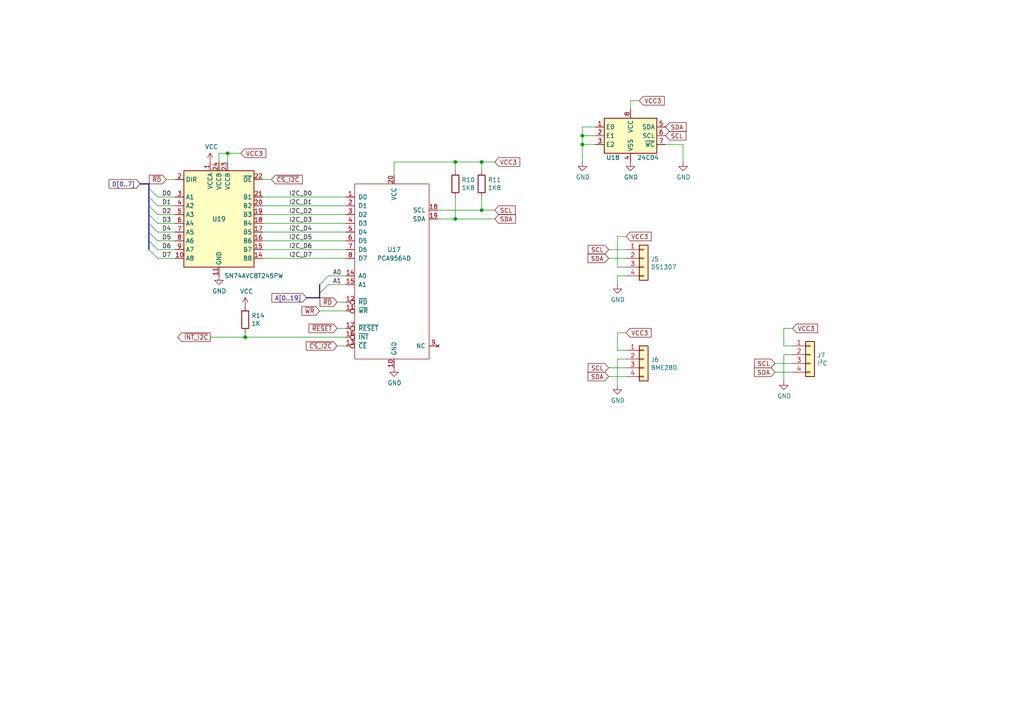
<source format=kicad_sch>
(kicad_sch (version 20230121) (generator eeschema)
  (paper "A4")
  (title_block (title "Mini8086 I/O board") (rev "1.2"))
  (lib_symbols
    (symbol "Connector_Generic:Conn_01x04" (pin_names (offset 1.016) hide)
      (property "Reference" "J" (at 0 5.08 0))
      (property "Value" "Conn_01x04" (at 0 -7.62 0))
      (symbol "Conn_01x04_1_1"
        (rectangle (start -1.27 -4.953) (end 0 -5.207) (stroke (width 0.1524)))
        (rectangle (start -1.27 -2.413) (end 0 -2.667) (stroke (width 0.1524)))
        (rectangle (start -1.27 0.127) (end 0 -0.127) (stroke (width 0.1524)))
        (rectangle (start -1.27 2.667) (end 0 2.413) (stroke (width 0.1524)))
        (rectangle (start -1.27 3.81) (end 1.27 -6.35) (stroke (width 0.254)) (fill (type background)))
        (pin passive line (at -5.08 2.54 0) (length 3.81) (name "Pin_1") (number "1"))
        (pin passive line (at -5.08 0 0) (length 3.81) (name "Pin_2") (number "2"))
        (pin passive line (at -5.08 -2.54 0) (length 3.81) (name "Pin_3") (number "3"))
        (pin passive line (at -5.08 -5.08 0) (length 3.81) (name "Pin_4") (number "4"))
      )
    )
    (symbol "Device:R" (pin_numbers hide) (pin_names (offset 0))
      (property "Reference" "R" (at 2.032 0 90))
      (property "Value" "R" (at 0 0 90))
      (symbol "R_0_1"
        (rectangle (start -1.016 -2.54) (end 1.016 2.54) (stroke (width 0.254)))
      )
      (symbol "R_1_1"
        (pin passive line (at 0 3.81 270) (length 1.27) (name "~") (number "1"))
        (pin passive line (at 0 -3.81 90) (length 1.27) (name "~") (number "2"))
      )
    )
    (symbol "Logic_LevelTranslator:SN74AVC8T245PW"
      (property "Reference" "U" (at -8.89 13.97 0))
      (property "Value" "SN74AVC8T245PW" (at 12.7 13.97 0))
      (symbol "SN74AVC8T245PW_0_1"
        (rectangle (start -10.16 12.7) (end 10.16 -15.24) (stroke (width 0.254)) (fill (type background)))
      )
      (symbol "SN74AVC8T245PW_1_1"
        (pin power_in line (at -2.54 15.24 270) (length 2.54) (name "VCCA") (number "1"))
        (pin bidirectional line (at -12.7 -12.7 0) (length 2.54) (name "A8") (number "10"))
        (pin power_in line (at 0 -17.78 90) (length 2.54) (name "GND") (number "11"))
        (pin passive line (at 0 -17.78 90) (length 2.54) hide (name "GND") (number "12"))
        (pin passive line (at 0 -17.78 90) (length 2.54) hide (name "GND") (number "13"))
        (pin bidirectional line (at 12.7 -12.7 180) (length 2.54) (name "B8") (number "14"))
        (pin bidirectional line (at 12.7 -10.16 180) (length 2.54) (name "B7") (number "15"))
        (pin bidirectional line (at 12.7 -7.62 180) (length 2.54) (name "B6") (number "16"))
        (pin bidirectional line (at 12.7 -5.08 180) (length 2.54) (name "B5") (number "17"))
        (pin bidirectional line (at 12.7 -2.54 180) (length 2.54) (name "B4") (number "18"))
        (pin bidirectional line (at 12.7 0 180) (length 2.54) (name "B3") (number "19"))
        (pin input line (at -12.7 10.16 0) (length 2.54) (name "DIR") (number "2"))
        (pin bidirectional line (at 12.7 2.54 180) (length 2.54) (name "B2") (number "20"))
        (pin bidirectional line (at 12.7 5.08 180) (length 2.54) (name "B1") (number "21"))
        (pin input line (at 12.7 10.16 180) (length 2.54) (name "~{OE}") (number "22"))
        (pin power_in line (at 2.54 15.24 270) (length 2.54) (name "VCCB") (number "23"))
        (pin power_in line (at 0 15.24 270) (length 2.54) (name "VCCB") (number "24"))
        (pin bidirectional line (at -12.7 5.08 0) (length 2.54) (name "A1") (number "3"))
        (pin bidirectional line (at -12.7 2.54 0) (length 2.54) (name "A2") (number "4"))
        (pin bidirectional line (at -12.7 0 0) (length 2.54) (name "A3") (number "5"))
        (pin bidirectional line (at -12.7 -2.54 0) (length 2.54) (name "A4") (number "6"))
        (pin bidirectional line (at -12.7 -5.08 0) (length 2.54) (name "A5") (number "7"))
        (pin bidirectional line (at -12.7 -7.62 0) (length 2.54) (name "A6") (number "8"))
        (pin bidirectional line (at -12.7 -10.16 0) (length 2.54) (name "A7") (number "9"))
      )
    )
    (symbol "Memory_EEPROM:M24C02-WMN"
      (property "Reference" "U" (at -6.35 6.35 0))
      (property "Value" "M24C02-WMN" (at 7.62 6.35 0))
      (symbol "M24C02-WMN_0_1"
        (rectangle (start -7.62 5.08) (end 7.62 -5.08) (stroke (width 0.254)) (fill (type background)))
      )
      (symbol "M24C02-WMN_1_1"
        (pin input line (at -10.16 2.54 0) (length 2.54) (name "E0") (number "1"))
        (pin input line (at -10.16 0 0) (length 2.54) (name "E1") (number "2"))
        (pin input line (at -10.16 -2.54 0) (length 2.54) (name "E2") (number "3"))
        (pin power_in line (at 0 -7.62 90) (length 2.54) (name "VSS") (number "4"))
        (pin bidirectional line (at 10.16 2.54 180) (length 2.54) (name "SDA") (number "5"))
        (pin input line (at 10.16 0 180) (length 2.54) (name "SCL") (number "6"))
        (pin input line (at 10.16 -2.54 180) (length 2.54) (name "~{WC}") (number "7"))
        (pin power_in line (at 0 7.62 270) (length 2.54) (name "VCC") (number "8"))
      )
    )
    (symbol "io_board-rescue:PCA9564D-Mini8086" (pin_names (offset 1.016))
      (property "Reference" "U" (at 0 2.54 0))
      (property "Value" "PCA9564D-Mini8086" (at 0 0 0))
      (symbol "PCA9564D-Mini8086_0_1"
        (rectangle (start -11.43 21.59) (end 10.16 -29.21))
      )
      (symbol "PCA9564D-Mini8086_1_1"
        (pin bidirectional line (at -13.97 17.78 0) (length 2.54) (name "D0") (number "1"))
        (pin power_in line (at 0 -31.75 90) (length 2.54) (name "GND") (number "10"))
        (pin input inverted (at -13.97 -15.24 0) (length 2.54) (name "~{WR}") (number "11"))
        (pin input inverted (at -13.97 -12.7 0) (length 2.54) (name "~{RD}") (number "12"))
        (pin input inverted (at -13.97 -25.4 0) (length 2.54) (name "~{CE}") (number "13"))
        (pin input line (at -13.97 -5.08 0) (length 2.54) (name "A0") (number "14"))
        (pin input line (at -13.97 -7.62 0) (length 2.54) (name "A1") (number "15"))
        (pin output inverted (at -13.97 -22.86 0) (length 2.54) (name "~{INT}") (number "16"))
        (pin input inverted (at -13.97 -20.32 0) (length 2.54) (name "~{RESET}") (number "17"))
        (pin bidirectional line (at 12.7 13.97 180) (length 2.54) (name "SCL") (number "18"))
        (pin bidirectional line (at 12.7 11.43 180) (length 2.54) (name "SDA") (number "19"))
        (pin bidirectional line (at -13.97 15.24 0) (length 2.54) (name "D1") (number "2"))
        (pin power_in line (at 0 24.13 270) (length 2.54) (name "VCC") (number "20"))
        (pin bidirectional line (at -13.97 12.7 0) (length 2.54) (name "D2") (number "3"))
        (pin bidirectional line (at -13.97 10.16 0) (length 2.54) (name "D3") (number "4"))
        (pin bidirectional line (at -13.97 7.62 0) (length 2.54) (name "D4") (number "5"))
        (pin bidirectional line (at -13.97 5.08 0) (length 2.54) (name "D5") (number "6"))
        (pin bidirectional line (at -13.97 2.54 0) (length 2.54) (name "D6") (number "7"))
        (pin bidirectional line (at -13.97 0 0) (length 2.54) (name "D7") (number "8"))
        (pin no_connect line (at 12.7 -25.4 180) (length 2.54) (name "NC") (number "9"))
      )
    )
    (symbol "power:GND" (power) (pin_names (offset 0))
      (property "Value" "GND" (at 0 -3.81 0))
      (symbol "GND_0_1"
        (polyline (pts (xy 0 0) (xy 0 -1.27) (xy 1.27 -1.27) (xy 0 -2.54) (xy -1.27 -1.27) (xy 0 -1.27)))
      )
      (symbol "GND_1_1"
        (pin power_in line (at 0 0 270) (length 0) hide (name "GND") (number "1"))
      )
    )
    (symbol "power:VCC" (power) (pin_names (offset 0))
      (property "Value" "VCC" (at 0 3.81 0))
      (symbol "VCC_0_1"
        (polyline (pts (xy -0.762 1.27) (xy 0 2.54)))
        (polyline (pts (xy 0 0) (xy 0 2.54)))
        (polyline (pts (xy 0 2.54) (xy 0.762 1.27)))
      )
      (symbol "VCC_1_1"
        (pin power_in line (at 0 0 90) (length 0) hide (name "VCC") (number "1"))
      )
    )
  )
  (junction (at 168.91 39.37))
  (junction (at 139.7 46.99))
  (junction (at 168.91 41.91))
  (junction (at 139.7 60.96))
  (junction (at 66.04 44.45))
  (junction (at 132.08 63.5))
  (junction (at 132.08 46.99))
  (junction (at 71.12 97.79))
  (bus_entry (at 45.72 64.77) (size -2.54 -2.54))
  (bus_entry (at 45.72 69.85) (size -2.54 -2.54))
  (bus_entry (at 45.72 57.15) (size -2.54 -2.54))
  (bus_entry (at 45.72 72.39) (size -2.54 -2.54))
  (bus_entry (at 95.25 82.55) (size -2.54 2.54))
  (bus_entry (at 45.72 62.23) (size -2.54 -2.54))
  (bus_entry (at 45.72 67.31) (size -2.54 -2.54))
  (bus_entry (at 45.72 59.69) (size -2.54 -2.54))
  (bus_entry (at 95.25 80.01) (size -2.54 2.54))
  (bus_entry (at 45.72 74.93) (size -2.54 -2.54))
  (wire (pts (xy 100.33 95.25) (xy 97.79 95.25)))
  (wire (pts (xy 132.08 46.99) (xy 139.7 46.99)))
  (wire (pts (xy 100.33 74.93) (xy 76.2 74.93)))
  (wire (pts (xy 172.72 41.91) (xy 168.91 41.91)))
  (wire (pts (xy 179.07 68.58) (xy 181.61 68.58)))
  (wire (pts (xy 181.61 106.68) (xy 176.53 106.68)))
  (wire (pts (xy 97.79 87.63) (xy 100.33 87.63)))
  (wire (pts (xy 92.71 90.17) (xy 100.33 90.17)))
  (wire (pts (xy 45.72 69.85) (xy 50.8 69.85)))
  (wire (pts (xy 100.33 80.01) (xy 95.25 80.01)))
  (wire (pts (xy 76.2 57.15) (xy 100.33 57.15)))
  (wire (pts (xy 127 60.96) (xy 139.7 60.96)))
  (wire (pts (xy 193.04 41.91) (xy 198.12 41.91)))
  (wire (pts (xy 181.61 109.22) (xy 176.53 109.22)))
  (wire (pts (xy 185.42 29.21) (xy 182.88 29.21)))
  (wire (pts (xy 227.33 95.25) (xy 227.33 100.33)))
  (bus (pts (xy 43.18 53.34) (xy 40.64 53.34)))
  (wire (pts (xy 229.87 95.25) (xy 227.33 95.25)))
  (bus (pts (xy 43.18 57.15) (xy 43.18 59.69)))
  (bus (pts (xy 43.18 54.61) (xy 43.18 57.15)))
  (wire (pts (xy 179.07 101.6) (xy 181.61 101.6)))
  (wire (pts (xy 132.08 46.99) (xy 114.3 46.99)))
  (wire (pts (xy 227.33 100.33) (xy 229.87 100.33)))
  (bus (pts (xy 43.18 64.77) (xy 43.18 67.31)))
  (wire (pts (xy 172.72 39.37) (xy 168.91 39.37)))
  (wire (pts (xy 179.07 96.52) (xy 179.07 101.6)))
  (wire (pts (xy 71.12 96.52) (xy 71.12 97.79)))
  (wire (pts (xy 76.2 62.23) (xy 100.33 62.23)))
  (wire (pts (xy 168.91 39.37) (xy 168.91 41.91)))
  (bus (pts (xy 92.71 82.55) (xy 92.71 85.09)))
  (wire (pts (xy 229.87 102.87) (xy 227.33 102.87)))
  (wire (pts (xy 45.72 57.15) (xy 50.8 57.15)))
  (wire (pts (xy 45.72 72.39) (xy 50.8 72.39)))
  (wire (pts (xy 181.61 96.52) (xy 179.07 96.52)))
  (wire (pts (xy 198.12 46.99) (xy 198.12 41.91)))
  (wire (pts (xy 45.72 67.31) (xy 50.8 67.31)))
  (wire (pts (xy 229.87 107.95) (xy 224.79 107.95)))
  (bus (pts (xy 43.18 59.69) (xy 43.18 62.23)))
  (bus (pts (xy 43.18 53.34) (xy 43.18 54.61)))
  (wire (pts (xy 179.07 104.14) (xy 179.07 111.76)))
  (wire (pts (xy 139.7 60.96) (xy 139.7 57.15)))
  (wire (pts (xy 63.5 46.99) (xy 63.5 44.45)))
  (wire (pts (xy 100.33 97.79) (xy 71.12 97.79)))
  (wire (pts (xy 179.07 80.01) (xy 179.07 82.55)))
  (bus (pts (xy 43.18 69.85) (xy 43.18 72.39)))
  (wire (pts (xy 132.08 63.5) (xy 143.51 63.5)))
  (wire (pts (xy 66.04 44.45) (xy 69.85 44.45)))
  (wire (pts (xy 100.33 64.77) (xy 76.2 64.77)))
  (wire (pts (xy 181.61 104.14) (xy 179.07 104.14)))
  (wire (pts (xy 168.91 36.83) (xy 168.91 39.37)))
  (wire (pts (xy 168.91 41.91) (xy 168.91 46.99)))
  (wire (pts (xy 100.33 59.69) (xy 76.2 59.69)))
  (wire (pts (xy 66.04 46.99) (xy 66.04 44.45)))
  (wire (pts (xy 132.08 49.53) (xy 132.08 46.99)))
  (wire (pts (xy 172.72 36.83) (xy 168.91 36.83)))
  (bus (pts (xy 43.18 67.31) (xy 43.18 69.85)))
  (wire (pts (xy 127 63.5) (xy 132.08 63.5)))
  (wire (pts (xy 229.87 105.41) (xy 224.79 105.41)))
  (wire (pts (xy 45.72 74.93) (xy 50.8 74.93)))
  (wire (pts (xy 45.72 62.23) (xy 50.8 62.23)))
  (wire (pts (xy 114.3 46.99) (xy 114.3 50.8)))
  (wire (pts (xy 71.12 97.79) (xy 60.96 97.79)))
  (bus (pts (xy 43.18 62.23) (xy 43.18 64.77)))
  (wire (pts (xy 227.33 102.87) (xy 227.33 110.49)))
  (bus (pts (xy 92.71 86.36) (xy 88.9 86.36)))
  (wire (pts (xy 181.61 77.47) (xy 179.07 77.47)))
  (wire (pts (xy 50.8 52.07) (xy 48.26 52.07)))
  (wire (pts (xy 182.88 29.21) (xy 182.88 31.75)))
  (wire (pts (xy 132.08 57.15) (xy 132.08 63.5)))
  (wire (pts (xy 45.72 64.77) (xy 50.8 64.77)))
  (wire (pts (xy 181.61 80.01) (xy 179.07 80.01)))
  (wire (pts (xy 95.25 82.55) (xy 100.33 82.55)))
  (bus (pts (xy 92.71 85.09) (xy 92.71 86.36)))
  (wire (pts (xy 176.53 74.93) (xy 181.61 74.93)))
  (wire (pts (xy 139.7 49.53) (xy 139.7 46.99)))
  (wire (pts (xy 63.5 44.45) (xy 66.04 44.45)))
  (wire (pts (xy 139.7 60.96) (xy 143.51 60.96)))
  (wire (pts (xy 143.51 46.99) (xy 139.7 46.99)))
  (wire (pts (xy 78.74 52.07) (xy 76.2 52.07)))
  (wire (pts (xy 76.2 67.31) (xy 100.33 67.31)))
  (wire (pts (xy 179.07 77.47) (xy 179.07 68.58)))
  (wire (pts (xy 76.2 72.39) (xy 100.33 72.39)))
  (wire (pts (xy 100.33 100.33) (xy 97.79 100.33)))
  (wire (pts (xy 181.61 72.39) (xy 176.53 72.39)))
  (wire (pts (xy 100.33 69.85) (xy 76.2 69.85)))
  (wire (pts (xy 45.72 59.69) (xy 50.8 59.69)))
  (label "I2C_D4" (at 83.82 67.31 0))
  (label "I2C_D2" (at 83.82 62.23 0))
  (label "D1" (at 46.99 59.69 0))
  (label "D2" (at 46.99 62.23 0))
  (label "D0" (at 46.99 57.15 0))
  (label "I2C_D6" (at 83.82 72.39 0))
  (label "A1" (at 96.52 82.55 0))
  (label "I2C_D3" (at 83.82 64.77 0))
  (label "A0" (at 96.52 80.01 0))
  (label "I2C_D7" (at 83.82 74.93 0))
  (label "D4" (at 46.99 67.31 0))
  (label "D5" (at 46.99 69.85 0))
  (label "D3" (at 46.99 64.77 0))
  (label "I2C_D1" (at 83.82 59.69 0))
  (label "I2C_D5" (at 83.82 69.85 0))
  (label "D7" (at 46.99 74.93 0))
  (label "I2C_D0" (at 83.82 57.15 0))
  (label "D6" (at 46.99 72.39 0))
  (global_label "VCC3" (shape input) (at 143.51 46.99 0) (property "Intersheetrefs" "${INTERSHEET_REFS}" (effects hide)))
  (global_label "VCC3" (shape input) (at 69.85 44.45 0) (property "Intersheetrefs" "${INTERSHEET_REFS}" (effects hide)))
  (global_label "~{CS_I2C}" (shape input) (at 78.74 52.07 0) (property "Intersheetrefs" "${INTERSHEET_REFS}" (effects hide)))
  (global_label "VCC3" (shape input) (at 181.61 68.58 0) (property "Intersheetrefs" "${INTERSHEET_REFS}" (effects hide)))
  (global_label "SCL" (shape input) (at 176.53 72.39 180) (property "Intersheetrefs" "${INTERSHEET_REFS}" (effects hide)))
  (global_label "VCC3" (shape input) (at 185.42 29.21 0) (property "Intersheetrefs" "${INTERSHEET_REFS}" (effects hide)))
  (global_label "SCL" (shape input) (at 224.79 105.41 180) (property "Intersheetrefs" "${INTERSHEET_REFS}" (effects hide)))
  (global_label "VCC3" (shape input) (at 229.87 95.25 0) (property "Intersheetrefs" "${INTERSHEET_REFS}" (effects hide)))
  (global_label "SCL" (shape input) (at 143.51 60.96 0) (property "Intersheetrefs" "${INTERSHEET_REFS}" (effects hide)))
  (global_label "SCL" (shape input) (at 176.53 106.68 180) (property "Intersheetrefs" "${INTERSHEET_REFS}" (effects hide)))
  (global_label "~{WR}" (shape input) (at 92.71 90.17 180) (property "Intersheetrefs" "${INTERSHEET_REFS}" (effects hide)))
  (global_label "D[0..7]" (shape input) (at 40.64 53.34 180) (property "Intersheetrefs" "${INTERSHEET_REFS}" (effects hide)))
  (global_label "~{RESET}" (shape input) (at 97.79 95.25 180) (property "Intersheetrefs" "${INTERSHEET_REFS}" (effects hide)))
  (global_label "SDA" (shape input) (at 176.53 109.22 180) (property "Intersheetrefs" "${INTERSHEET_REFS}" (effects hide)))
  (global_label "A[0..19]" (shape input) (at 88.9 86.36 180) (property "Intersheetrefs" "${INTERSHEET_REFS}" (effects hide)))
  (global_label "~{INT_I2C}" (shape output) (at 60.96 97.79 180) (property "Intersheetrefs" "${INTERSHEET_REFS}" (effects hide)))
  (global_label "~{RD}" (shape input) (at 48.26 52.07 180) (property "Intersheetrefs" "${INTERSHEET_REFS}" (effects hide)))
  (global_label "SDA" (shape input) (at 143.51 63.5 0) (property "Intersheetrefs" "${INTERSHEET_REFS}" (effects hide)))
  (global_label "SDA" (shape input) (at 176.53 74.93 180) (property "Intersheetrefs" "${INTERSHEET_REFS}" (effects hide)))
  (global_label "SCL" (shape input) (at 193.04 39.37 0) (property "Intersheetrefs" "${INTERSHEET_REFS}" (effects hide)))
  (global_label "SDA" (shape input) (at 193.04 36.83 0) (property "Intersheetrefs" "${INTERSHEET_REFS}" (effects hide)))
  (global_label "SDA" (shape input) (at 224.79 107.95 180) (property "Intersheetrefs" "${INTERSHEET_REFS}" (effects hide)))
  (global_label "~{CS_I2C}" (shape input) (at 97.79 100.33 180) (property "Intersheetrefs" "${INTERSHEET_REFS}" (effects hide)))
  (global_label "~{RD}" (shape input) (at 97.79 87.63 180) (property "Intersheetrefs" "${INTERSHEET_REFS}" (effects hide)))
  (global_label "VCC3" (shape input) (at 181.61 96.52 0) (property "Intersheetrefs" "${INTERSHEET_REFS}" (effects hide)))
  (symbol (lib_id "power:GND") (at 114.3 106.68 0) (unit 1)
    (property "Reference" "#PWR0108" (effects hide))
    (property "Value" "GND" (at 114.427 111.0742 0))
  )
  (symbol (lib_id "Connector_Generic:Conn_01x04") (at 186.69 74.93 0) (unit 1)
    (property "Reference" "J5" (at 188.722 75.1332 0) (effects (justify left)))
    (property "Value" "DS1307" (at 188.722 77.4446 0) (effects (justify left)))
    (property "Footprint" "Connector_PinHeader_2.54mm:PinHeader_1x04_P2.54mm_Vertical" (effects hide))
  )
  (symbol (lib_id "Connector_Generic:Conn_01x04") (at 186.69 104.14 0) (unit 1)
    (property "Reference" "J6" (at 188.722 104.3432 0) (effects (justify left)))
    (property "Value" "BME280" (at 188.722 106.6546 0) (effects (justify left)))
    (property "Footprint" "Connector_PinHeader_2.54mm:PinHeader_1x04_P2.54mm_Vertical" (effects hide))
  )
  (symbol (lib_id "Device:R") (at 132.08 53.34 0) (unit 1)
    (property "Reference" "R10" (at 133.858 52.1716 0) (effects (justify left)))
    (property "Value" "1K8" (at 133.858 54.483 0) (effects (justify left)))
    (property "Footprint" "Resistor_SMD:R_1206_3216Metric" (effects hide))
  )
  (symbol (lib_id "Device:R") (at 139.7 53.34 0) (unit 1)
    (property "Reference" "R11" (at 141.478 52.1716 0) (effects (justify left)))
    (property "Value" "1K8" (at 141.478 54.483 0) (effects (justify left)))
    (property "Footprint" "Resistor_SMD:R_1206_3216Metric" (effects hide))
  )
  (symbol (lib_id "Memory_EEPROM:M24C02-WMN") (at 182.88 39.37 0) (unit 1)
    (property "Reference" "U18" (at 177.8 45.72 0))
    (property "Value" "24C04" (at 187.96 45.72 0))
    (property "Footprint" "Package_SO:SOIC-8_3.9x4.9mm_P1.27mm" (effects hide))
    (property "Datasheet" "http://www.st.com/content/ccc/resource/technical/document/datasheet/b0/d8/50/40/5a/85/49/6f/DM00071904.pdf/files/DM00071904.pdf/jcr:content/translations/en.DM00071904.pdf" (effects hide))
  )
  (symbol (lib_id "power:GND") (at 179.07 111.76 0) (unit 1)
    (property "Reference" "#PWR0109" (effects hide))
    (property "Value" "GND" (at 179.197 116.1542 0))
  )
  (symbol (lib_id "power:GND") (at 182.88 46.99 0) (unit 1)
    (property "Reference" "#PWR0110" (effects hide))
    (property "Value" "GND" (at 183.007 51.3842 0))
  )
  (symbol (lib_id "power:GND") (at 179.07 82.55 0) (unit 1)
    (property "Reference" "#PWR0111" (effects hide))
    (property "Value" "GND" (at 179.197 86.9442 0))
  )
  (symbol (lib_id "power:GND") (at 198.12 46.99 0) (unit 1)
    (property "Reference" "#PWR0112" (effects hide))
    (property "Value" "GND" (at 198.247 51.3842 0))
  )
  (symbol (lib_id "power:GND") (at 168.91 46.99 0) (unit 1)
    (property "Reference" "#PWR045" (effects hide))
    (property "Value" "GND" (at 169.037 51.3842 0))
  )
  (symbol (lib_id "Logic_LevelTranslator:SN74AVC8T245PW") (at 63.5 62.23 0) (unit 1)
    (property "Reference" "U19" (at 63.5 63.5 0))
    (property "Value" "SN74AVC8T245PW" (at 73.66 80.01 0))
    (property "Footprint" "Package_SO:TSSOP-24_4.4x7.8mm_P0.65mm" (effects hide))
    (property "Datasheet" "https://www.ti.com/lit/ds/symlink/sn74avc8t245.pdf" (effects hide))
  )
  (symbol (lib_id "power:GND") (at 63.5 80.01 0) (unit 1)
    (property "Reference" "#PWR044" (effects hide))
    (property "Value" "GND" (at 63.627 84.4042 0))
  )
  (symbol (lib_id "power:VCC") (at 60.96 46.99 0) (unit 1)
    (property "Reference" "#PWR043" (effects hide))
    (property "Value" "VCC" (at 61.341 42.5958 0))
  )
  (symbol (lib_id "io_board-rescue:PCA9564D-Mini8086") (at 114.3 74.93 0) (unit 1)
    (property "Reference" "U17" (at 114.3 72.39 0))
    (property "Value" "PCA9564D" (at 114.3 74.93 0))
    (property "Footprint" "Package_SO:SOIC-20W_7.5x12.8mm_P1.27mm" (effects hide))
  )
  (symbol (lib_id "Connector_Generic:Conn_01x04") (at 234.95 102.87 0) (unit 1)
    (property "Reference" "J7" (at 236.982 103.0732 0) (effects (justify left)))
    (property "Value" "I²C" (at 236.982 105.3846 0) (effects (justify left)))
    (property "Footprint" "Connector_PinHeader_2.54mm:PinHeader_1x04_P2.54mm_Vertical" (effects hide))
  )
  (symbol (lib_id "power:GND") (at 227.33 110.49 0) (unit 1)
    (property "Reference" "#PWR0113" (effects hide))
    (property "Value" "GND" (at 227.457 114.8842 0))
  )
  (symbol (lib_id "Device:R") (at 71.12 92.71 0) (unit 1)
    (property "Reference" "R14" (at 72.898 91.5416 0) (effects (justify left)))
    (property "Value" "1K" (at 72.898 93.853 0) (effects (justify left)))
    (property "Footprint" "Resistor_SMD:R_1206_3216Metric" (effects hide))
  )
  (symbol (lib_id "power:VCC") (at 71.12 88.9 0) (unit 1)
    (property "Reference" "#PWR061" (effects hide))
    (property "Value" "VCC" (at 71.501 84.5058 0))
  )
)
</source>
